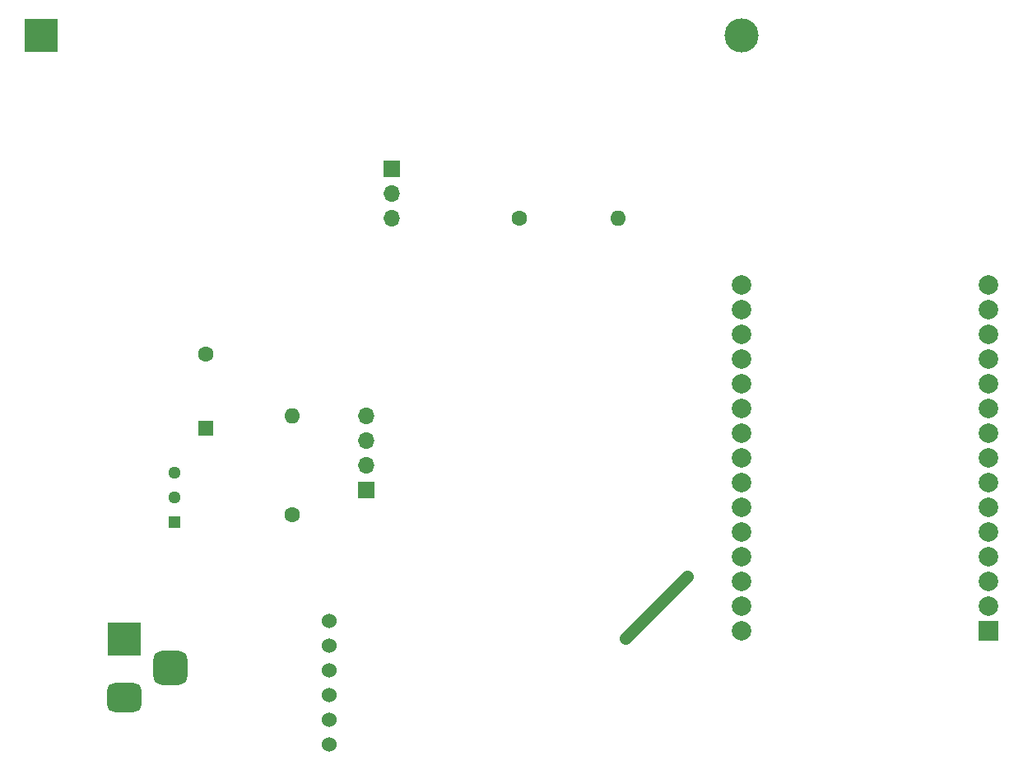
<source format=gbr>
%TF.GenerationSoftware,KiCad,Pcbnew,7.0.7*%
%TF.CreationDate,2023-11-20T10:45:27-05:00*%
%TF.ProjectId,Pocillo Termosensible,506f6369-6c6c-46f2-9054-65726d6f7365,rev?*%
%TF.SameCoordinates,Original*%
%TF.FileFunction,Copper,L1,Top*%
%TF.FilePolarity,Positive*%
%FSLAX46Y46*%
G04 Gerber Fmt 4.6, Leading zero omitted, Abs format (unit mm)*
G04 Created by KiCad (PCBNEW 7.0.7) date 2023-11-20 10:45:27*
%MOMM*%
%LPD*%
G01*
G04 APERTURE LIST*
G04 Aperture macros list*
%AMRoundRect*
0 Rectangle with rounded corners*
0 $1 Rounding radius*
0 $2 $3 $4 $5 $6 $7 $8 $9 X,Y pos of 4 corners*
0 Add a 4 corners polygon primitive as box body*
4,1,4,$2,$3,$4,$5,$6,$7,$8,$9,$2,$3,0*
0 Add four circle primitives for the rounded corners*
1,1,$1+$1,$2,$3*
1,1,$1+$1,$4,$5*
1,1,$1+$1,$6,$7*
1,1,$1+$1,$8,$9*
0 Add four rect primitives between the rounded corners*
20,1,$1+$1,$2,$3,$4,$5,0*
20,1,$1+$1,$4,$5,$6,$7,0*
20,1,$1+$1,$6,$7,$8,$9,0*
20,1,$1+$1,$8,$9,$2,$3,0*%
G04 Aperture macros list end*
%TA.AperFunction,ComponentPad*%
%ADD10C,3.500000*%
%TD*%
%TA.AperFunction,ComponentPad*%
%ADD11R,3.500000X3.500000*%
%TD*%
%TA.AperFunction,ComponentPad*%
%ADD12R,1.700000X1.700000*%
%TD*%
%TA.AperFunction,ComponentPad*%
%ADD13O,1.700000X1.700000*%
%TD*%
%TA.AperFunction,ComponentPad*%
%ADD14R,2.000000X2.000000*%
%TD*%
%TA.AperFunction,ComponentPad*%
%ADD15C,2.000000*%
%TD*%
%TA.AperFunction,ComponentPad*%
%ADD16C,1.524000*%
%TD*%
%TA.AperFunction,ComponentPad*%
%ADD17R,1.600000X1.600000*%
%TD*%
%TA.AperFunction,ComponentPad*%
%ADD18C,1.600000*%
%TD*%
%TA.AperFunction,ComponentPad*%
%ADD19R,1.298000X1.298000*%
%TD*%
%TA.AperFunction,ComponentPad*%
%ADD20C,1.298000*%
%TD*%
%TA.AperFunction,ComponentPad*%
%ADD21O,1.600000X1.600000*%
%TD*%
%TA.AperFunction,ComponentPad*%
%ADD22RoundRect,0.750000X1.000000X-0.750000X1.000000X0.750000X-1.000000X0.750000X-1.000000X-0.750000X0*%
%TD*%
%TA.AperFunction,ComponentPad*%
%ADD23RoundRect,0.875000X0.875000X-0.875000X0.875000X0.875000X-0.875000X0.875000X-0.875000X-0.875000X0*%
%TD*%
%TA.AperFunction,ViaPad*%
%ADD24C,1.200000*%
%TD*%
%TA.AperFunction,Conductor*%
%ADD25C,1.300000*%
%TD*%
G04 APERTURE END LIST*
D10*
%TO.P,BT1,2,-*%
%TO.N,GND*%
X137600000Y-42164000D03*
D11*
%TO.P,BT1,1,+*%
%TO.N,+BATT*%
X65600000Y-42164000D03*
%TD*%
D12*
%TO.P,J2,1,Pin_1*%
%TO.N,+5V*%
X99060000Y-88900000D03*
D13*
%TO.P,J2,2,Pin_2*%
%TO.N,GND*%
X99060000Y-86360000D03*
%TO.P,J2,3,Pin_3*%
%TO.N,D27*%
X99060000Y-83820000D03*
%TO.P,J2,4,Pin_4*%
%TO.N,D26*%
X99060000Y-81280000D03*
%TD*%
D14*
%TO.P,U1,1,3V3*%
%TO.N,unconnected-(U1-3V3-Pad1)*%
X163068000Y-103399000D03*
D15*
%TO.P,U1,2,GND*%
%TO.N,GND*%
X163068000Y-100859000D03*
%TO.P,U1,3,D15*%
%TO.N,unconnected-(U1-D15-Pad3)*%
X163068000Y-98319000D03*
%TO.P,U1,4,D2*%
%TO.N,unconnected-(U1-D2-Pad4)*%
X163068000Y-95779000D03*
%TO.P,U1,5,D4*%
%TO.N,unconnected-(U1-D4-Pad5)*%
X163068000Y-93239000D03*
%TO.P,U1,6,RX2*%
%TO.N,unconnected-(U1-RX2-Pad6)*%
X163068000Y-90699000D03*
%TO.P,U1,7,TX2*%
%TO.N,unconnected-(U1-TX2-Pad7)*%
X163068000Y-88159000D03*
%TO.P,U1,8,D5*%
%TO.N,unconnected-(U1-D5-Pad8)*%
X163068000Y-85619000D03*
%TO.P,U1,9,D18*%
%TO.N,unconnected-(U1-D18-Pad9)*%
X163068000Y-83079000D03*
%TO.P,U1,10,D19*%
%TO.N,unconnected-(U1-D19-Pad10)*%
X163068000Y-80539000D03*
%TO.P,U1,11,D21*%
%TO.N,unconnected-(U1-D21-Pad11)*%
X163068000Y-77999000D03*
%TO.P,U1,12,RX0*%
%TO.N,unconnected-(U1-RX0-Pad12)*%
X163068000Y-75459000D03*
%TO.P,U1,13,TX0*%
%TO.N,unconnected-(U1-TX0-Pad13)*%
X163068000Y-72919000D03*
%TO.P,U1,14,D22*%
%TO.N,unconnected-(U1-D22-Pad14)*%
X163068000Y-70379000D03*
%TO.P,U1,15,D23*%
%TO.N,unconnected-(U1-D23-Pad15)*%
X163068000Y-67839000D03*
%TO.P,U1,16,EN*%
%TO.N,GND*%
X137668000Y-67839000D03*
%TO.P,U1,17,VP*%
%TO.N,unconnected-(U1-VP-Pad17)*%
X137668000Y-70379000D03*
%TO.P,U1,18,VN*%
%TO.N,unconnected-(U1-VN-Pad18)*%
X137668000Y-72919000D03*
%TO.P,U1,19,D34*%
%TO.N,unconnected-(U1-D34-Pad19)*%
X137668000Y-75459000D03*
%TO.P,U1,20,D35*%
%TO.N,unconnected-(U1-D35-Pad20)*%
X137668000Y-77999000D03*
%TO.P,U1,21,D32*%
%TO.N,D32*%
X137668000Y-80539000D03*
%TO.P,U1,22,D33*%
%TO.N,unconnected-(U1-D33-Pad22)*%
X137668000Y-83079000D03*
%TO.P,U1,23,D25*%
%TO.N,D25*%
X137668000Y-85619000D03*
%TO.P,U1,24,D26*%
%TO.N,D26*%
X137668000Y-88159000D03*
%TO.P,U1,25,D27*%
%TO.N,D27*%
X137668000Y-90699000D03*
%TO.P,U1,26,D14*%
%TO.N,unconnected-(U1-D14-Pad26)*%
X137668000Y-93239000D03*
%TO.P,U1,27,D12*%
%TO.N,unconnected-(U1-D12-Pad27)*%
X137668000Y-95779000D03*
%TO.P,U1,28,D13*%
%TO.N,unconnected-(U1-D13-Pad28)*%
X137668000Y-98319000D03*
%TO.P,U1,29,GND*%
%TO.N,GND*%
X137668000Y-100859000D03*
%TO.P,U1,30,VIN*%
%TO.N,+5V*%
X137668000Y-103399000D03*
%TD*%
D16*
%TO.P,U2,1,VIN*%
%TO.N,+VDC*%
X95250000Y-102362000D03*
%TO.P,U2,2,GND*%
%TO.N,GND*%
X95250000Y-104902000D03*
%TO.P,U2,3,GND*%
X95250000Y-107442000D03*
%TO.P,U2,4,BAT*%
%TO.N,+BATT*%
X95250000Y-109982000D03*
%TO.P,U2,5,GND*%
%TO.N,GND*%
X95250000Y-112522000D03*
%TO.P,U2,6,OUT-5V*%
%TO.N,+5V*%
X95250000Y-115062000D03*
%TD*%
D17*
%TO.P,BZ1,1,-*%
%TO.N,Net-(BZ1--)*%
X82550000Y-82540000D03*
D18*
%TO.P,BZ1,2,+*%
%TO.N,+5V*%
X82550000Y-74940000D03*
%TD*%
D12*
%TO.P,J1,1,Pin_1*%
%TO.N,+5V*%
X101625000Y-55895000D03*
D13*
%TO.P,J1,2,Pin_2*%
%TO.N,D32*%
X101625000Y-58435000D03*
%TO.P,J1,3,Pin_3*%
%TO.N,GND*%
X101625000Y-60975000D03*
%TD*%
D19*
%TO.P,Q1,1*%
%TO.N,GND*%
X79271000Y-92247500D03*
D20*
%TO.P,Q1,2*%
%TO.N,Net-(Q1-Pad2)*%
X79271000Y-89707500D03*
%TO.P,Q1,3*%
%TO.N,Net-(BZ1--)*%
X79271000Y-87167500D03*
%TD*%
D18*
%TO.P,R1,1*%
%TO.N,Net-(Q1-Pad2)*%
X91440000Y-91440000D03*
D21*
%TO.P,R1,2*%
%TO.N,D25*%
X91440000Y-81280000D03*
%TD*%
D11*
%TO.P,J3,1*%
%TO.N,+VDC*%
X74168000Y-104236000D03*
D22*
%TO.P,J3,2*%
%TO.N,GND*%
X74168000Y-110236000D03*
D23*
%TO.P,J3,3*%
X78868000Y-107236000D03*
%TD*%
D18*
%TO.P,R2,1*%
%TO.N,D32*%
X114808000Y-60960000D03*
D21*
%TO.P,R2,2*%
%TO.N,+5V*%
X124968000Y-60960000D03*
%TD*%
D24*
%TO.N,GND*%
X125730000Y-104140000D03*
X132080000Y-97790000D03*
%TD*%
D25*
%TO.N,GND*%
X132080000Y-97790000D02*
X125730000Y-104140000D01*
%TD*%
M02*

</source>
